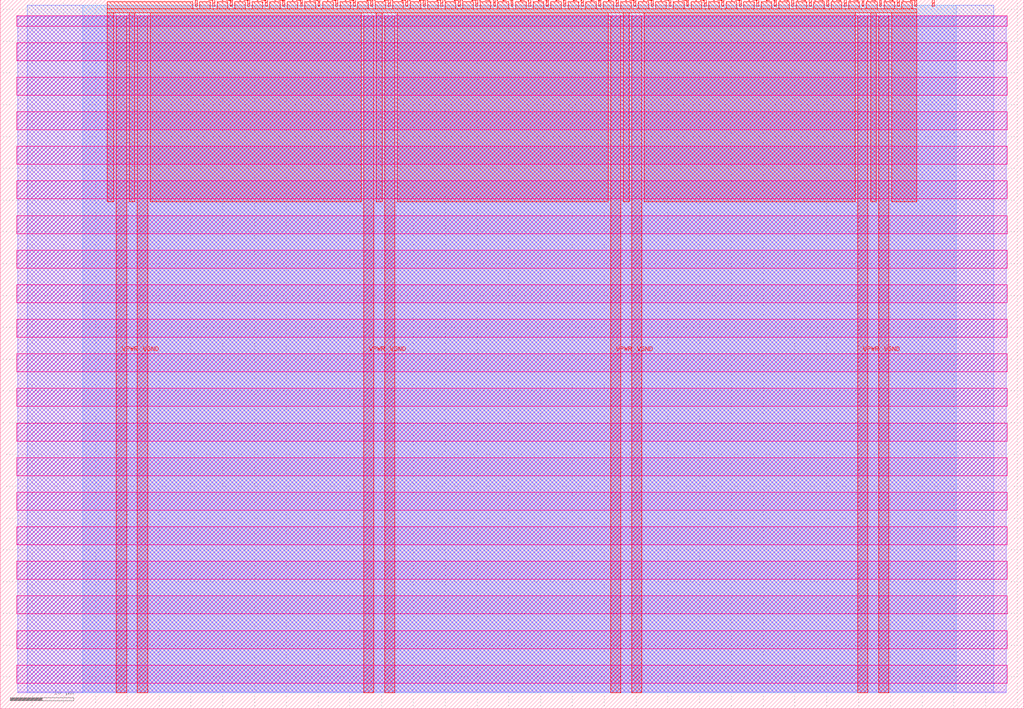
<source format=lef>
VERSION 5.7 ;
  NOWIREEXTENSIONATPIN ON ;
  DIVIDERCHAR "/" ;
  BUSBITCHARS "[]" ;
MACRO tt_um_betz_morse_keyer
  CLASS BLOCK ;
  FOREIGN tt_um_betz_morse_keyer ;
  ORIGIN 0.000 0.000 ;
  SIZE 161.000 BY 111.520 ;
  PIN VGND
    DIRECTION INOUT ;
    USE GROUND ;
    PORT
      LAYER met4 ;
        RECT 21.580 2.480 23.180 109.040 ;
    END
    PORT
      LAYER met4 ;
        RECT 60.450 2.480 62.050 109.040 ;
    END
    PORT
      LAYER met4 ;
        RECT 99.320 2.480 100.920 109.040 ;
    END
    PORT
      LAYER met4 ;
        RECT 138.190 2.480 139.790 109.040 ;
    END
  END VGND
  PIN VPWR
    DIRECTION INOUT ;
    USE POWER ;
    PORT
      LAYER met4 ;
        RECT 18.280 2.480 19.880 109.040 ;
    END
    PORT
      LAYER met4 ;
        RECT 57.150 2.480 58.750 109.040 ;
    END
    PORT
      LAYER met4 ;
        RECT 96.020 2.480 97.620 109.040 ;
    END
    PORT
      LAYER met4 ;
        RECT 134.890 2.480 136.490 109.040 ;
    END
  END VPWR
  PIN clk
    DIRECTION INPUT ;
    USE SIGNAL ;
    ANTENNAGATEAREA 0.852000 ;
    PORT
      LAYER met4 ;
        RECT 143.830 110.520 144.130 111.520 ;
    END
  END clk
  PIN ena
    DIRECTION INPUT ;
    USE SIGNAL ;
    PORT
      LAYER met4 ;
        RECT 146.590 110.520 146.890 111.520 ;
    END
  END ena
  PIN rst_n
    DIRECTION INPUT ;
    USE SIGNAL ;
    ANTENNAGATEAREA 0.196500 ;
    PORT
      LAYER met4 ;
        RECT 141.070 110.520 141.370 111.520 ;
    END
  END rst_n
  PIN ui_in[0]
    DIRECTION INPUT ;
    USE SIGNAL ;
    ANTENNAGATEAREA 0.196500 ;
    PORT
      LAYER met4 ;
        RECT 138.310 110.520 138.610 111.520 ;
    END
  END ui_in[0]
  PIN ui_in[1]
    DIRECTION INPUT ;
    USE SIGNAL ;
    ANTENNAGATEAREA 0.213000 ;
    PORT
      LAYER met4 ;
        RECT 135.550 110.520 135.850 111.520 ;
    END
  END ui_in[1]
  PIN ui_in[2]
    DIRECTION INPUT ;
    USE SIGNAL ;
    PORT
      LAYER met4 ;
        RECT 132.790 110.520 133.090 111.520 ;
    END
  END ui_in[2]
  PIN ui_in[3]
    DIRECTION INPUT ;
    USE SIGNAL ;
    PORT
      LAYER met4 ;
        RECT 130.030 110.520 130.330 111.520 ;
    END
  END ui_in[3]
  PIN ui_in[4]
    DIRECTION INPUT ;
    USE SIGNAL ;
    ANTENNAGATEAREA 0.196500 ;
    PORT
      LAYER met4 ;
        RECT 127.270 110.520 127.570 111.520 ;
    END
  END ui_in[4]
  PIN ui_in[5]
    DIRECTION INPUT ;
    USE SIGNAL ;
    ANTENNAGATEAREA 0.196500 ;
    PORT
      LAYER met4 ;
        RECT 124.510 110.520 124.810 111.520 ;
    END
  END ui_in[5]
  PIN ui_in[6]
    DIRECTION INPUT ;
    USE SIGNAL ;
    ANTENNAGATEAREA 0.196500 ;
    PORT
      LAYER met4 ;
        RECT 121.750 110.520 122.050 111.520 ;
    END
  END ui_in[6]
  PIN ui_in[7]
    DIRECTION INPUT ;
    USE SIGNAL ;
    ANTENNAGATEAREA 0.196500 ;
    PORT
      LAYER met4 ;
        RECT 118.990 110.520 119.290 111.520 ;
    END
  END ui_in[7]
  PIN uio_in[0]
    DIRECTION INPUT ;
    USE SIGNAL ;
    ANTENNAGATEAREA 0.196500 ;
    PORT
      LAYER met4 ;
        RECT 116.230 110.520 116.530 111.520 ;
    END
  END uio_in[0]
  PIN uio_in[1]
    DIRECTION INPUT ;
    USE SIGNAL ;
    ANTENNAGATEAREA 0.196500 ;
    PORT
      LAYER met4 ;
        RECT 113.470 110.520 113.770 111.520 ;
    END
  END uio_in[1]
  PIN uio_in[2]
    DIRECTION INPUT ;
    USE SIGNAL ;
    PORT
      LAYER met4 ;
        RECT 110.710 110.520 111.010 111.520 ;
    END
  END uio_in[2]
  PIN uio_in[3]
    DIRECTION INPUT ;
    USE SIGNAL ;
    PORT
      LAYER met4 ;
        RECT 107.950 110.520 108.250 111.520 ;
    END
  END uio_in[3]
  PIN uio_in[4]
    DIRECTION INPUT ;
    USE SIGNAL ;
    PORT
      LAYER met4 ;
        RECT 105.190 110.520 105.490 111.520 ;
    END
  END uio_in[4]
  PIN uio_in[5]
    DIRECTION INPUT ;
    USE SIGNAL ;
    PORT
      LAYER met4 ;
        RECT 102.430 110.520 102.730 111.520 ;
    END
  END uio_in[5]
  PIN uio_in[6]
    DIRECTION INPUT ;
    USE SIGNAL ;
    PORT
      LAYER met4 ;
        RECT 99.670 110.520 99.970 111.520 ;
    END
  END uio_in[6]
  PIN uio_in[7]
    DIRECTION INPUT ;
    USE SIGNAL ;
    PORT
      LAYER met4 ;
        RECT 96.910 110.520 97.210 111.520 ;
    END
  END uio_in[7]
  PIN uio_oe[0]
    DIRECTION OUTPUT ;
    USE SIGNAL ;
    ANTENNADIFFAREA 0.445500 ;
    PORT
      LAYER met4 ;
        RECT 49.990 110.520 50.290 111.520 ;
    END
  END uio_oe[0]
  PIN uio_oe[1]
    DIRECTION OUTPUT ;
    USE SIGNAL ;
    ANTENNADIFFAREA 0.445500 ;
    PORT
      LAYER met4 ;
        RECT 47.230 110.520 47.530 111.520 ;
    END
  END uio_oe[1]
  PIN uio_oe[2]
    DIRECTION OUTPUT ;
    USE SIGNAL ;
    ANTENNADIFFAREA 0.445500 ;
    PORT
      LAYER met4 ;
        RECT 44.470 110.520 44.770 111.520 ;
    END
  END uio_oe[2]
  PIN uio_oe[3]
    DIRECTION OUTPUT ;
    USE SIGNAL ;
    ANTENNADIFFAREA 0.445500 ;
    PORT
      LAYER met4 ;
        RECT 41.710 110.520 42.010 111.520 ;
    END
  END uio_oe[3]
  PIN uio_oe[4]
    DIRECTION OUTPUT ;
    USE SIGNAL ;
    ANTENNADIFFAREA 0.445500 ;
    PORT
      LAYER met4 ;
        RECT 38.950 110.520 39.250 111.520 ;
    END
  END uio_oe[4]
  PIN uio_oe[5]
    DIRECTION OUTPUT ;
    USE SIGNAL ;
    ANTENNADIFFAREA 0.445500 ;
    PORT
      LAYER met4 ;
        RECT 36.190 110.520 36.490 111.520 ;
    END
  END uio_oe[5]
  PIN uio_oe[6]
    DIRECTION OUTPUT ;
    USE SIGNAL ;
    ANTENNADIFFAREA 0.445500 ;
    PORT
      LAYER met4 ;
        RECT 33.430 110.520 33.730 111.520 ;
    END
  END uio_oe[6]
  PIN uio_oe[7]
    DIRECTION OUTPUT ;
    USE SIGNAL ;
    ANTENNADIFFAREA 0.445500 ;
    PORT
      LAYER met4 ;
        RECT 30.670 110.520 30.970 111.520 ;
    END
  END uio_oe[7]
  PIN uio_out[0]
    DIRECTION OUTPUT ;
    USE SIGNAL ;
    ANTENNADIFFAREA 0.445500 ;
    PORT
      LAYER met4 ;
        RECT 72.070 110.520 72.370 111.520 ;
    END
  END uio_out[0]
  PIN uio_out[1]
    DIRECTION OUTPUT ;
    USE SIGNAL ;
    ANTENNADIFFAREA 0.445500 ;
    PORT
      LAYER met4 ;
        RECT 69.310 110.520 69.610 111.520 ;
    END
  END uio_out[1]
  PIN uio_out[2]
    DIRECTION OUTPUT ;
    USE SIGNAL ;
    ANTENNADIFFAREA 0.795200 ;
    PORT
      LAYER met4 ;
        RECT 66.550 110.520 66.850 111.520 ;
    END
  END uio_out[2]
  PIN uio_out[3]
    DIRECTION OUTPUT ;
    USE SIGNAL ;
    ANTENNADIFFAREA 0.795200 ;
    PORT
      LAYER met4 ;
        RECT 63.790 110.520 64.090 111.520 ;
    END
  END uio_out[3]
  PIN uio_out[4]
    DIRECTION OUTPUT ;
    USE SIGNAL ;
    ANTENNADIFFAREA 0.795200 ;
    PORT
      LAYER met4 ;
        RECT 61.030 110.520 61.330 111.520 ;
    END
  END uio_out[4]
  PIN uio_out[5]
    DIRECTION OUTPUT ;
    USE SIGNAL ;
    ANTENNADIFFAREA 0.795200 ;
    PORT
      LAYER met4 ;
        RECT 58.270 110.520 58.570 111.520 ;
    END
  END uio_out[5]
  PIN uio_out[6]
    DIRECTION OUTPUT ;
    USE SIGNAL ;
    ANTENNADIFFAREA 0.445500 ;
    PORT
      LAYER met4 ;
        RECT 55.510 110.520 55.810 111.520 ;
    END
  END uio_out[6]
  PIN uio_out[7]
    DIRECTION OUTPUT ;
    USE SIGNAL ;
    ANTENNADIFFAREA 0.445500 ;
    PORT
      LAYER met4 ;
        RECT 52.750 110.520 53.050 111.520 ;
    END
  END uio_out[7]
  PIN uo_out[0]
    DIRECTION OUTPUT ;
    USE SIGNAL ;
    ANTENNAGATEAREA 0.247500 ;
    ANTENNADIFFAREA 0.891000 ;
    PORT
      LAYER met4 ;
        RECT 94.150 110.520 94.450 111.520 ;
    END
  END uo_out[0]
  PIN uo_out[1]
    DIRECTION OUTPUT ;
    USE SIGNAL ;
    ANTENNAGATEAREA 0.126000 ;
    ANTENNADIFFAREA 0.891000 ;
    PORT
      LAYER met4 ;
        RECT 91.390 110.520 91.690 111.520 ;
    END
  END uo_out[1]
  PIN uo_out[2]
    DIRECTION OUTPUT ;
    USE SIGNAL ;
    ANTENNAGATEAREA 0.247500 ;
    ANTENNADIFFAREA 0.891000 ;
    PORT
      LAYER met4 ;
        RECT 88.630 110.520 88.930 111.520 ;
    END
  END uo_out[2]
  PIN uo_out[3]
    DIRECTION OUTPUT ;
    USE SIGNAL ;
    ANTENNAGATEAREA 0.247500 ;
    ANTENNADIFFAREA 0.891000 ;
    PORT
      LAYER met4 ;
        RECT 85.870 110.520 86.170 111.520 ;
    END
  END uo_out[3]
  PIN uo_out[4]
    DIRECTION OUTPUT ;
    USE SIGNAL ;
    ANTENNAGATEAREA 0.247500 ;
    ANTENNADIFFAREA 0.891000 ;
    PORT
      LAYER met4 ;
        RECT 83.110 110.520 83.410 111.520 ;
    END
  END uo_out[4]
  PIN uo_out[5]
    DIRECTION OUTPUT ;
    USE SIGNAL ;
    ANTENNAGATEAREA 0.247500 ;
    ANTENNADIFFAREA 0.891000 ;
    PORT
      LAYER met4 ;
        RECT 80.350 110.520 80.650 111.520 ;
    END
  END uo_out[5]
  PIN uo_out[6]
    DIRECTION OUTPUT ;
    USE SIGNAL ;
    ANTENNAGATEAREA 0.247500 ;
    ANTENNADIFFAREA 0.891000 ;
    PORT
      LAYER met4 ;
        RECT 77.590 110.520 77.890 111.520 ;
    END
  END uo_out[6]
  PIN uo_out[7]
    DIRECTION OUTPUT ;
    USE SIGNAL ;
    ANTENNAGATEAREA 0.247500 ;
    ANTENNADIFFAREA 0.891000 ;
    PORT
      LAYER met4 ;
        RECT 74.830 110.520 75.130 111.520 ;
    END
  END uo_out[7]
  OBS
      LAYER nwell ;
        RECT 2.570 107.385 158.430 108.990 ;
        RECT 2.570 101.945 158.430 104.775 ;
        RECT 2.570 96.505 158.430 99.335 ;
        RECT 2.570 91.065 158.430 93.895 ;
        RECT 2.570 85.625 158.430 88.455 ;
        RECT 2.570 80.185 158.430 83.015 ;
        RECT 2.570 74.745 158.430 77.575 ;
        RECT 2.570 69.305 158.430 72.135 ;
        RECT 2.570 63.865 158.430 66.695 ;
        RECT 2.570 58.425 158.430 61.255 ;
        RECT 2.570 52.985 158.430 55.815 ;
        RECT 2.570 47.545 158.430 50.375 ;
        RECT 2.570 42.105 158.430 44.935 ;
        RECT 2.570 36.665 158.430 39.495 ;
        RECT 2.570 31.225 158.430 34.055 ;
        RECT 2.570 25.785 158.430 28.615 ;
        RECT 2.570 20.345 158.430 23.175 ;
        RECT 2.570 14.905 158.430 17.735 ;
        RECT 2.570 9.465 158.430 12.295 ;
        RECT 2.570 4.025 158.430 6.855 ;
      LAYER li1 ;
        RECT 2.760 2.635 158.240 108.885 ;
      LAYER met1 ;
        RECT 2.760 2.480 158.240 109.040 ;
      LAYER met2 ;
        RECT 4.240 2.535 156.300 110.685 ;
      LAYER met3 ;
        RECT 12.945 2.555 150.355 110.665 ;
      LAYER met4 ;
        RECT 16.855 110.120 30.270 111.170 ;
        RECT 31.370 110.120 33.030 111.170 ;
        RECT 34.130 110.120 35.790 111.170 ;
        RECT 36.890 110.120 38.550 111.170 ;
        RECT 39.650 110.120 41.310 111.170 ;
        RECT 42.410 110.120 44.070 111.170 ;
        RECT 45.170 110.120 46.830 111.170 ;
        RECT 47.930 110.120 49.590 111.170 ;
        RECT 50.690 110.120 52.350 111.170 ;
        RECT 53.450 110.120 55.110 111.170 ;
        RECT 56.210 110.120 57.870 111.170 ;
        RECT 58.970 110.120 60.630 111.170 ;
        RECT 61.730 110.120 63.390 111.170 ;
        RECT 64.490 110.120 66.150 111.170 ;
        RECT 67.250 110.120 68.910 111.170 ;
        RECT 70.010 110.120 71.670 111.170 ;
        RECT 72.770 110.120 74.430 111.170 ;
        RECT 75.530 110.120 77.190 111.170 ;
        RECT 78.290 110.120 79.950 111.170 ;
        RECT 81.050 110.120 82.710 111.170 ;
        RECT 83.810 110.120 85.470 111.170 ;
        RECT 86.570 110.120 88.230 111.170 ;
        RECT 89.330 110.120 90.990 111.170 ;
        RECT 92.090 110.120 93.750 111.170 ;
        RECT 94.850 110.120 96.510 111.170 ;
        RECT 97.610 110.120 99.270 111.170 ;
        RECT 100.370 110.120 102.030 111.170 ;
        RECT 103.130 110.120 104.790 111.170 ;
        RECT 105.890 110.120 107.550 111.170 ;
        RECT 108.650 110.120 110.310 111.170 ;
        RECT 111.410 110.120 113.070 111.170 ;
        RECT 114.170 110.120 115.830 111.170 ;
        RECT 116.930 110.120 118.590 111.170 ;
        RECT 119.690 110.120 121.350 111.170 ;
        RECT 122.450 110.120 124.110 111.170 ;
        RECT 125.210 110.120 126.870 111.170 ;
        RECT 127.970 110.120 129.630 111.170 ;
        RECT 130.730 110.120 132.390 111.170 ;
        RECT 133.490 110.120 135.150 111.170 ;
        RECT 136.250 110.120 137.910 111.170 ;
        RECT 139.010 110.120 140.670 111.170 ;
        RECT 141.770 110.120 143.430 111.170 ;
        RECT 16.855 109.440 144.145 110.120 ;
        RECT 16.855 79.735 17.880 109.440 ;
        RECT 20.280 79.735 21.180 109.440 ;
        RECT 23.580 79.735 56.750 109.440 ;
        RECT 59.150 79.735 60.050 109.440 ;
        RECT 62.450 79.735 95.620 109.440 ;
        RECT 98.020 79.735 98.920 109.440 ;
        RECT 101.320 79.735 134.490 109.440 ;
        RECT 136.890 79.735 137.790 109.440 ;
        RECT 140.190 79.735 144.145 109.440 ;
  END
END tt_um_betz_morse_keyer
END LIBRARY


</source>
